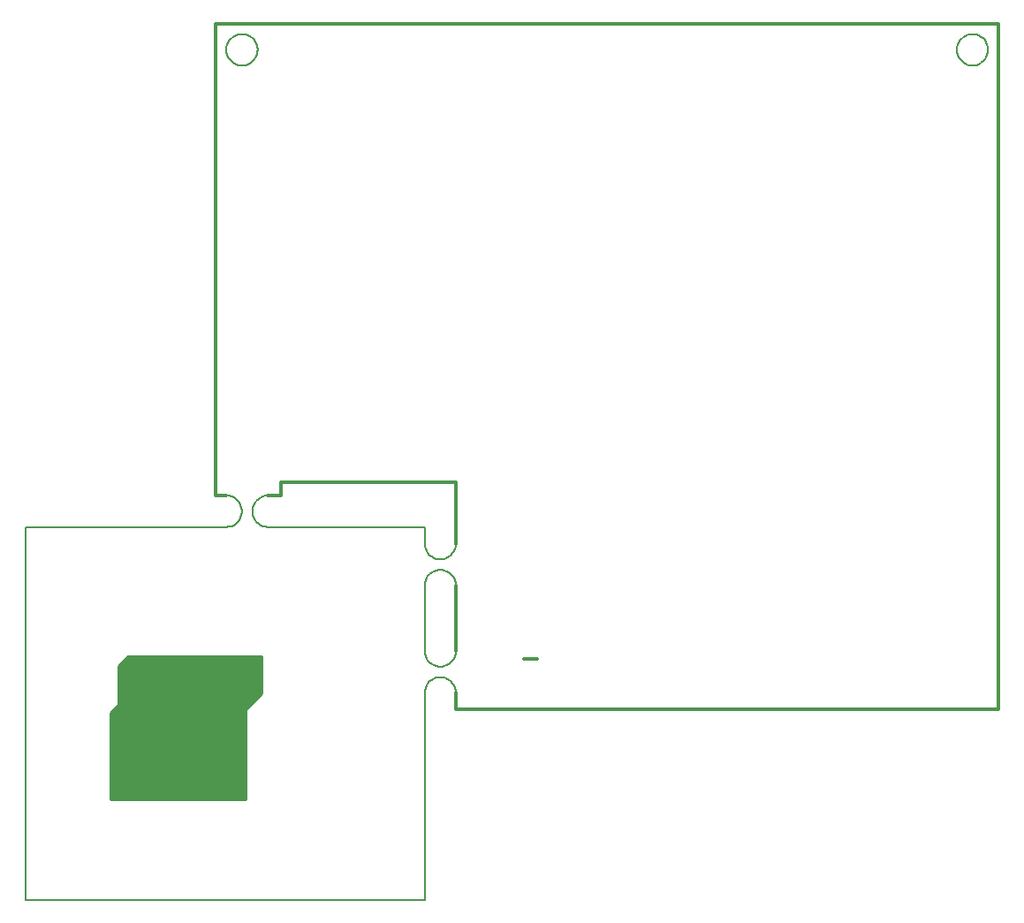
<source format=gko>
G04*
G04  File:            A600_8MB_2008.GKO, Sun Feb 10 20:54:04 2019*
G04  Source:          P-CAD 2006 PCB, Version 19.02.958, (Z:\home\lvd\d\boards\boards\a600_8mb_2008\release\pcad2006\a600_8mb_2008.pcb)*
G04  Format:          Gerber Format (RS-274-D), ASCII*
G04*
G04  Format Options:  Absolute Positioning*
G04                   Leading-Zero Suppression*
G04                   Scale Factor 1:1*
G04                   NO Circular Interpolation*
G04                   Millimeter Units*
G04                   Numeric Format: 4.4 (XXXX.XXXX)*
G04                   G54 NOT Used for Aperture Change*
G04                   Apertures Embedded*
G04*
G04  File Options:    Offset = (0.000mm,0.000mm)*
G04                   Drill Symbol Size = 2.032mm*
G04                   No Pad/Via Holes*
G04*
G04  File Contents:   Pads*
G04                   Vias*
G04                   No Designators*
G04                   No Types*
G04                   No Values*
G04                   No Drill Symbols*
G04                   Board*
G04*
%INA600_8MB_2008.GKO*%
%ICAS*%
%MOMM*%
G04*
G04  Aperture MACROs for general use --- invoked via D-code assignment *
G04*
G04  General MACRO for flashed round with rotation and/or offset hole *
%AMROTOFFROUND*
1,1,$1,0.0000,0.0000*
1,0,$2,$3,$4*%
G04*
G04  General MACRO for flashed oval (obround) with rotation and/or offset hole *
%AMROTOFFOVAL*
21,1,$1,$2,0.0000,0.0000,$3*
1,1,$4,$5,$6*
1,1,$4,0-$5,0-$6*
1,0,$7,$8,$9*%
G04*
G04  General MACRO for flashed oval (obround) with rotation and no hole *
%AMROTOVALNOHOLE*
21,1,$1,$2,0.0000,0.0000,$3*
1,1,$4,$5,$6*
1,1,$4,0-$5,0-$6*%
G04*
G04  General MACRO for flashed rectangle with rotation and/or offset hole *
%AMROTOFFRECT*
21,1,$1,$2,0.0000,0.0000,$3*
1,0,$4,$5,$6*%
G04*
G04  General MACRO for flashed rectangle with rotation and no hole *
%AMROTRECTNOHOLE*
21,1,$1,$2,0.0000,0.0000,$3*%
G04*
G04  General MACRO for flashed rounded-rectangle *
%AMROUNDRECT*
21,1,$1,$2-$4,0.0000,0.0000,$3*
21,1,$1-$4,$2,0.0000,0.0000,$3*
1,1,$4,$5,$6*
1,1,$4,$7,$8*
1,1,$4,0-$5,0-$6*
1,1,$4,0-$7,0-$8*
1,0,$9,$10,$11*%
G04*
G04  General MACRO for flashed rounded-rectangle with rotation and no hole *
%AMROUNDRECTNOHOLE*
21,1,$1,$2-$4,0.0000,0.0000,$3*
21,1,$1-$4,$2,0.0000,0.0000,$3*
1,1,$4,$5,$6*
1,1,$4,$7,$8*
1,1,$4,0-$5,0-$6*
1,1,$4,0-$7,0-$8*%
G04*
G04  General MACRO for flashed regular polygon *
%AMREGPOLY*
5,1,$1,0.0000,0.0000,$2,$3+$4*
1,0,$5,$6,$7*%
G04*
G04  General MACRO for flashed regular polygon with no hole *
%AMREGPOLYNOHOLE*
5,1,$1,0.0000,0.0000,$2,$3+$4*%
G04*
G04  General MACRO for target *
%AMTARGET*
6,0,0,$1,$2,$3,4,$4,$5,$6*%
G04*
G04  General MACRO for mounting hole *
%AMMTHOLE*
1,1,$1,0,0*
1,0,$2,0,0*
$1=$1-$2*
$1=$1/2*
21,1,$2+$1,$3,0,0,$4*
21,1,$3,$2+$1,0,0,$4*%
G04*
G04*
G04  D10 : "Ellipse X0.254mm Y0.254mm H0.000mm 0.0deg (0.000mm,0.000mm) Draw"*
G04  Disc: OuterDia=0.2540*
%ADD10C, 0.2540*%
G04  D11 : "Ellipse X2.540mm Y2.540mm H0.000mm 0.0deg (0.000mm,0.000mm) Draw"*
G04  Disc: OuterDia=2.5400*
%ADD11C, 2.5400*%
G04  D12 : "Ellipse X0.305mm Y0.305mm H0.000mm 0.0deg (0.000mm,0.000mm) Draw"*
G04  Disc: OuterDia=0.3048*
%ADD12C, 0.3048*%
G04  D13 : "Ellipse X0.500mm Y0.500mm H0.000mm 0.0deg (0.000mm,0.000mm) Draw"*
G04  Disc: OuterDia=0.5000*
%ADD13C, 0.5000*%
G04  D14 : "Ellipse X0.508mm Y0.508mm H0.000mm 0.0deg (0.000mm,0.000mm) Draw"*
G04  Disc: OuterDia=0.5080*
%ADD14C, 0.5080*%
G04  D15 : "Ellipse X0.600mm Y0.600mm H0.000mm 0.0deg (0.000mm,0.000mm) Draw"*
G04  Disc: OuterDia=0.6000*
%ADD15C, 0.6000*%
G04  D16 : "Ellipse X0.635mm Y0.635mm H0.000mm 0.0deg (0.000mm,0.000mm) Draw"*
G04  Disc: OuterDia=0.6350*
%ADD16C, 0.6350*%
G04  D17 : "Ellipse X0.650mm Y0.650mm H0.000mm 0.0deg (0.000mm,0.000mm) Draw"*
G04  Disc: OuterDia=0.6500*
%ADD17C, 0.6500*%
G04  D18 : "Ellipse X0.100mm Y0.100mm H0.000mm 0.0deg (0.000mm,0.000mm) Draw"*
G04  Disc: OuterDia=0.1000*
%ADD18C, 0.1000*%
G04  D19 : "Ellipse X1.000mm Y1.000mm H0.000mm 0.0deg (0.000mm,0.000mm) Draw"*
G04  Disc: OuterDia=1.0000*
%ADD19C, 1.0000*%
G04  D20 : "Ellipse X0.102mm Y0.102mm H0.000mm 0.0deg (0.000mm,0.000mm) Draw"*
G04  Disc: OuterDia=0.1016*
%ADD20C, 0.1016*%
G04  D21 : "Ellipse X0.127mm Y0.127mm H0.000mm 0.0deg (0.000mm,0.000mm) Draw"*
G04  Disc: OuterDia=0.1270*
%ADD21C, 0.1270*%
G04  D22 : "Ellipse X0.150mm Y0.150mm H0.000mm 0.0deg (0.000mm,0.000mm) Draw"*
G04  Disc: OuterDia=0.1500*
%ADD22C, 0.1500*%
G04  D23 : "Ellipse X1.270mm Y1.270mm H0.000mm 0.0deg (0.000mm,0.000mm) Draw"*
G04  Disc: OuterDia=1.2700*
%ADD23C, 1.2700*%
G04  D24 : "Ellipse X1.500mm Y1.500mm H0.000mm 0.0deg (0.000mm,0.000mm) Draw"*
G04  Disc: OuterDia=1.5000*
%ADD24C, 1.5000*%
G04  D25 : "Ellipse X0.200mm Y0.200mm H0.000mm 0.0deg (0.000mm,0.000mm) Draw"*
G04  Disc: OuterDia=0.2000*
%ADD25C, 0.2000*%
G04  D26 : "Ellipse X0.250mm Y0.250mm H0.000mm 0.0deg (0.000mm,0.000mm) Draw"*
G04  Disc: OuterDia=0.2500*
%ADD26C, 0.2500*%
G04  D27 : "Ellipse X0.250mm Y0.250mm H0.000mm 0.0deg (0.000mm,0.000mm) Draw"*
G04  Disc: OuterDia=0.2500*
%ADD27C, 0.2500*%
G04  D28 : "Ellipse X2.300mm Y2.300mm H0.000mm 0.0deg (0.000mm,0.000mm) Draw"*
G04  Disc: OuterDia=2.3000*
%ADD28C, 2.3000*%
G04  D29 : "Ellipse X1.400mm Y1.400mm H0.000mm 0.0deg (0.000mm,0.000mm) Flash"*
G04  Disc: OuterDia=1.4000*
%ADD29C, 1.4000*%
G04  D30 : "Ellipse X1.524mm Y1.524mm H0.000mm 0.0deg (0.000mm,0.000mm) Flash"*
G04  Disc: OuterDia=1.5240*
%ADD30C, 1.5240*%
G04  D31 : "Ellipse X1.781mm Y1.781mm H0.000mm 0.0deg (0.000mm,0.000mm) Flash"*
G04  Disc: OuterDia=1.7810*
%ADD31C, 1.7810*%
G04  D32 : "Ellipse X1.800mm Y1.800mm H0.000mm 0.0deg (0.000mm,0.000mm) Flash"*
G04  Disc: OuterDia=1.8000*
%ADD32C, 1.8000*%
G04  D33 : "Ellipse X1.905mm Y1.905mm H0.000mm 0.0deg (0.000mm,0.000mm) Flash"*
G04  Disc: OuterDia=1.9050*
%ADD33C, 1.9050*%
G04  D34 : "Ellipse X2.181mm Y2.181mm H0.000mm 0.0deg (0.000mm,0.000mm) Flash"*
G04  Disc: OuterDia=2.1810*
%ADD34C, 2.1810*%
G04  D35 : "Rectangle X2.581mm Y1.031mm H0.000mm 0.0deg (0.000mm,0.000mm) Flash"*
G04  Rectangular: DimX=2.5810, DimY=1.0310, Rotation=0.0, OffsetX=0.0000, OffsetY=0.0000, HoleDia=0.0000 *
%ADD35R, 2.5810 X1.0310*%
G04  D36 : "Rectangle X1.031mm Y2.581mm H0.000mm 0.0deg (0.000mm,0.000mm) Flash"*
G04  Rectangular: DimX=1.0310, DimY=2.5810, Rotation=0.0, OffsetX=0.0000, OffsetY=0.0000, HoleDia=0.0000 *
%ADD36R, 1.0310 X2.5810*%
G04  D37 : "Rectangle X3.800mm Y2.000mm H0.000mm 0.0deg (0.000mm,0.000mm) Flash"*
G04  Rectangular: DimX=3.8000, DimY=2.0000, Rotation=0.0, OffsetX=0.0000, OffsetY=0.0000, HoleDia=0.0000 *
%ADD37R, 3.8000 X2.0000*%
G04  D38 : "Rectangle X4.181mm Y2.381mm H0.000mm 0.0deg (0.000mm,0.000mm) Flash"*
G04  Rectangular: DimX=4.1810, DimY=2.3810, Rotation=0.0, OffsetX=0.0000, OffsetY=0.0000, HoleDia=0.0000 *
%ADD38R, 4.1810 X2.3810*%
G04  D39 : "Rectangle X1.016mm Y1.524mm H0.000mm 0.0deg (0.000mm,0.000mm) Flash"*
G04  Rectangular: DimX=1.0160, DimY=1.5240, Rotation=0.0, OffsetX=0.0000, OffsetY=0.0000, HoleDia=0.0000 *
%ADD39R, 1.0160 X1.5240*%
G04  D40 : "Rectangle X1.524mm Y1.016mm H0.000mm 0.0deg (0.000mm,0.000mm) Flash"*
G04  Rectangular: DimX=1.5240, DimY=1.0160, Rotation=0.0, OffsetX=0.0000, OffsetY=0.0000, HoleDia=0.0000 *
%ADD40R, 1.5240 X1.0160*%
G04  D41 : "Rectangle X1.397mm Y1.905mm H0.000mm 0.0deg (0.000mm,0.000mm) Flash"*
G04  Rectangular: DimX=1.3970, DimY=1.9050, Rotation=0.0, OffsetX=0.0000, OffsetY=0.0000, HoleDia=0.0000 *
%ADD41R, 1.3970 X1.9050*%
G04  D42 : "Rectangle X1.905mm Y1.397mm H0.000mm 0.0deg (0.000mm,0.000mm) Flash"*
G04  Rectangular: DimX=1.9050, DimY=1.3970, Rotation=0.0, OffsetX=0.0000, OffsetY=0.0000, HoleDia=0.0000 *
%ADD42R, 1.9050 X1.3970*%
G04  D43 : "Rectangle X1.500mm Y2.000mm H0.000mm 0.0deg (0.000mm,0.000mm) Flash"*
G04  Rectangular: DimX=1.5000, DimY=2.0000, Rotation=0.0, OffsetX=0.0000, OffsetY=0.0000, HoleDia=0.0000 *
%ADD43R, 1.5000 X2.0000*%
G04  D44 : "Rectangle X2.000mm Y1.500mm H0.000mm 0.0deg (0.000mm,0.000mm) Flash"*
G04  Rectangular: DimX=2.0000, DimY=1.5000, Rotation=0.0, OffsetX=0.0000, OffsetY=0.0000, HoleDia=0.0000 *
%ADD44R, 2.0000 X1.5000*%
G04  D45 : "Rectangle X1.524mm Y1.524mm H0.000mm 0.0deg (0.000mm,0.000mm) Flash"*
G04  Square: Side=1.5240, Rotation=0.0, OffsetX=0.0000, OffsetY=0.0000, HoleDia=0.0000*
%ADD45R, 1.5240 X1.5240*%
G04  D46 : "Rectangle X1.800mm Y1.800mm H0.000mm 0.0deg (0.000mm,0.000mm) Flash"*
G04  Square: Side=1.8000, Rotation=0.0, OffsetX=0.0000, OffsetY=0.0000, HoleDia=0.0000*
%ADD46R, 1.8000 X1.8000*%
G04  D47 : "Rectangle X1.881mm Y2.381mm H0.000mm 0.0deg (0.000mm,0.000mm) Flash"*
G04  Rectangular: DimX=1.8810, DimY=2.3810, Rotation=0.0, OffsetX=0.0000, OffsetY=0.0000, HoleDia=0.0000 *
%ADD47R, 1.8810 X2.3810*%
G04  D48 : "Rectangle X2.381mm Y1.881mm H0.000mm 0.0deg (0.000mm,0.000mm) Flash"*
G04  Rectangular: DimX=2.3810, DimY=1.8810, Rotation=0.0, OffsetX=0.0000, OffsetY=0.0000, HoleDia=0.0000 *
%ADD48R, 2.3810 X1.8810*%
G04  D49 : "Rectangle X1.905mm Y1.905mm H0.000mm 0.0deg (0.000mm,0.000mm) Flash"*
G04  Square: Side=1.9050, Rotation=0.0, OffsetX=0.0000, OffsetY=0.0000, HoleDia=0.0000*
%ADD49R, 1.9050 X1.9050*%
G04  D50 : "Rectangle X2.000mm Y0.300mm H0.000mm 0.0deg (0.000mm,0.000mm) Flash"*
G04  Rectangular: DimX=2.0000, DimY=0.3000, Rotation=0.0, OffsetX=0.0000, OffsetY=0.0000, HoleDia=0.0000 *
%ADD50R, 2.0000 X0.3000*%
G04  D51 : "Rectangle X0.300mm Y2.000mm H0.000mm 0.0deg (0.000mm,0.000mm) Flash"*
G04  Rectangular: DimX=0.3000, DimY=2.0000, Rotation=0.0, OffsetX=0.0000, OffsetY=0.0000, HoleDia=0.0000 *
%ADD51R, 0.3000 X2.0000*%
G04  D52 : "Rectangle X2.032mm Y0.660mm H0.000mm 0.0deg (0.000mm,0.000mm) Flash"*
G04  Rectangular: DimX=2.0320, DimY=0.6604, Rotation=0.0, OffsetX=0.0000, OffsetY=0.0000, HoleDia=0.0000 *
%ADD52R, 2.0320 X0.6604*%
G04  D53 : "Rectangle X2.181mm Y2.181mm H0.000mm 0.0deg (0.000mm,0.000mm) Flash"*
G04  Square: Side=2.1810, Rotation=0.0, OffsetX=0.0000, OffsetY=0.0000, HoleDia=0.0000*
%ADD53R, 2.1810 X2.1810*%
G04  D54 : "Rectangle X2.200mm Y0.650mm H0.000mm 0.0deg (0.000mm,0.000mm) Flash"*
G04  Rectangular: DimX=2.2000, DimY=0.6500, Rotation=0.0, OffsetX=0.0000, OffsetY=0.0000, HoleDia=0.0000 *
%ADD54R, 2.2000 X0.6500*%
G04  D55 : "Rectangle X0.650mm Y2.200mm H0.000mm 0.0deg (0.000mm,0.000mm) Flash"*
G04  Rectangular: DimX=0.6500, DimY=2.2000, Rotation=0.0, OffsetX=0.0000, OffsetY=0.0000, HoleDia=0.0000 *
%ADD55R, 0.6500 X2.2000*%
G04  D56 : "Rectangle X2.381mm Y0.681mm H0.000mm 0.0deg (0.000mm,0.000mm) Flash"*
G04  Rectangular: DimX=2.3810, DimY=0.6810, Rotation=0.0, OffsetX=0.0000, OffsetY=0.0000, HoleDia=0.0000 *
%ADD56R, 2.3810 X0.6810*%
G04  D57 : "Rectangle X0.681mm Y2.381mm H0.000mm 0.0deg (0.000mm,0.000mm) Flash"*
G04  Rectangular: DimX=0.6810, DimY=2.3810, Rotation=0.0, OffsetX=0.0000, OffsetY=0.0000, HoleDia=0.0000 *
%ADD57R, 0.6810 X2.3810*%
G04  D58 : "Rectangle X2.413mm Y1.041mm H0.000mm 0.0deg (0.000mm,0.000mm) Flash"*
G04  Rectangular: DimX=2.4130, DimY=1.0414, Rotation=0.0, OffsetX=0.0000, OffsetY=0.0000, HoleDia=0.0000 *
%ADD58R, 2.4130 X1.0414*%
G04  D59 : "Ellipse X1.000mm Y1.000mm H0.000mm 0.0deg (0.000mm,0.000mm) Flash"*
G04  Disc: OuterDia=1.0000*
%ADD59C, 1.0000*%
G04  D60 : "Ellipse X1.381mm Y1.381mm H0.000mm 0.0deg (0.000mm,0.000mm) Flash"*
G04  Disc: OuterDia=1.3810*
%ADD60C, 1.3810*%
G04*
%FSLAX44Y44*%
%SFA1B1*%
%OFA0.000B0.000*%
G04*
G71*
G90*
G01*
D2*
%LNBoard*%
D25*
X645000Y1190000*
X645204Y1187531D1*
X645812Y1185129*
X646807Y1182860*
X648162Y1180786*
X649840Y1178964*
X651795Y1177442*
X653974Y1176263*
X656317Y1175459*
X658761Y1175051*
X661238*
X663682Y1175459*
X666025Y1176263*
X668204Y1177442*
X670159Y1178964*
X671837Y1180786*
X673192Y1182860*
X674187Y1185129*
X674795Y1187531*
X675000Y1190000*
X674795Y1192468*
X674187Y1194870*
X673192Y1197139*
X671837Y1199213*
X670159Y1201035*
X668204Y1202557*
X666025Y1203736*
X663682Y1204541*
X661238Y1204948*
X658761*
X656317Y1204541*
X653974Y1203736*
X651795Y1202557*
X649840Y1201035*
X648162Y1199213*
X646807Y1197139*
X645812Y1194870*
X645204Y1192468*
X645000Y1190000*
X835000Y676500D2*
Y613500D1*
Y732500D2*
Y716500D1*
D2*
D12*
X865000Y573500*
Y557500D1*
Y676500D2*
Y613500D1*
Y760000D2*
Y716500D1*
X930000Y606500D2*
X942500D1*
D2*
D22*
X685000Y732500*
X682531Y732704D1*
X680129Y733312*
X677860Y734307*
X675786Y735662*
X673964Y737340*
X672442Y739295*
X671263Y741474*
X670459Y743817*
X670051Y746261*
Y748738*
X670459Y751182*
X671263Y753525*
X672442Y755704*
X673964Y757659*
X675786Y759337*
X677860Y760692*
X680129Y761687*
X682531Y762295*
X685000Y762500*
X645000D2*
X647468Y762295D1*
X649870Y761687*
X652139Y760692*
X654213Y759337*
X656035Y757659*
X657557Y755704*
X658736Y753525*
X659541Y751182*
X659948Y748738*
Y746261*
X659541Y743817*
X658736Y741474*
X657557Y739295*
X656035Y737340*
X654213Y735662*
X652139Y734307*
X649870Y733312*
X647468Y732704*
X645000Y732500*
D2*
D12*
X635000Y762500*
X645000D1*
X697500D2*
Y775000D1*
D2*
D25*
X835000Y573500*
Y375000D1*
D2*
D12*
X865000Y775000*
Y760000D1*
D2*
D25*
X452500Y375000*
Y732500D1*
D2*
D12*
X635000Y1215000*
Y762500D1*
X1385000Y557500D2*
Y1215000D1*
D2*
D25*
X452500Y732500*
X645000D1*
D2*
D22*
X835000Y573500*
X835204Y575968D1*
X835812Y578370*
X836807Y580639*
X838162Y582713*
X839840Y584535*
X841795Y586057*
X843974Y587236*
X846317Y588041*
X848761Y588448*
X851238*
X853682Y588041*
X856025Y587236*
X858204Y586057*
X860159Y584535*
X861837Y582713*
X863192Y580639*
X864187Y578370*
X864795Y575968*
X865000Y573500*
Y716500D2*
X864795Y714031D1*
X864187Y711629*
X863192Y709360*
X861837Y707286*
X860159Y705464*
X858204Y703942*
X856025Y702763*
X853682Y701959*
X851238Y701551*
X848761*
X846317Y701959*
X843974Y702763*
X841795Y703942*
X839840Y705464*
X838162Y707286*
X836807Y709360*
X835812Y711629*
X835204Y714031*
X835000Y716500*
D2*
D25*
X685000Y732500*
X835000D1*
D2*
D12*
X697500Y775000*
X865000D1*
D2*
D25*
X1345000Y1190000*
X1345204Y1187531D1*
X1345812Y1185129*
X1346807Y1182860*
X1348162Y1180786*
X1349840Y1178964*
X1351795Y1177442*
X1353974Y1176263*
X1356317Y1175459*
X1358761Y1175051*
X1361238*
X1363682Y1175459*
X1366025Y1176263*
X1368204Y1177442*
X1370159Y1178964*
X1371837Y1180786*
X1373192Y1182860*
X1374187Y1185129*
X1374795Y1187531*
X1375000Y1190000*
X1374795Y1192468*
X1374187Y1194870*
X1373192Y1197139*
X1371837Y1199213*
X1370159Y1201035*
X1368204Y1202557*
X1366025Y1203736*
X1363682Y1204541*
X1361238Y1204948*
X1358761*
X1356317Y1204541*
X1353974Y1203736*
X1351795Y1202557*
X1349840Y1201035*
X1348162Y1199213*
X1346807Y1197139*
X1345812Y1194870*
X1345204Y1192468*
X1345000Y1190000*
D2*
D22*
X865000Y613500*
X864795Y611031D1*
X864187Y608629*
X863192Y606360*
X861837Y604286*
X860159Y602464*
X858204Y600942*
X856025Y599763*
X853682Y598959*
X851238Y598551*
X848761*
X846317Y598959*
X843974Y599763*
X841795Y600942*
X839840Y602464*
X838162Y604286*
X836807Y606360*
X835812Y608629*
X835204Y611031*
X835000Y613500*
Y676500D2*
X835204Y678968D1*
X835812Y681370*
X836807Y683639*
X838162Y685713*
X839840Y687535*
X841795Y689057*
X843974Y690236*
X846317Y691041*
X848761Y691448*
X851238*
X853682Y691041*
X856025Y690236*
X858204Y689057*
X860159Y687535*
X861837Y685713*
X863192Y683639*
X864187Y681370*
X864795Y678968*
X865000Y676500*
D2*
D12*
X697500Y762500*
X685000D1*
D2*
D25*
X835000Y375000*
X452500D1*
D2*
D12*
X865000Y557500*
X1385000D1*
Y1215000D2*
X635000D1*
D2*
D10*
X535040Y472540*
X662460D1*
X535040Y473800D2*
X662460D1*
X535040Y475061D2*
X662460D1*
X535040Y476322D2*
X662460D1*
X535040Y477582D2*
X662460D1*
X535040Y478843D2*
X662460D1*
X535040Y480104D2*
X662460D1*
X535040Y481364D2*
X662460D1*
X535040Y482625D2*
X662460D1*
X535040Y483886D2*
X662460D1*
X535040Y485147D2*
X662460D1*
X535040Y486407D2*
X662460D1*
X535040Y487668D2*
X662460D1*
X535040Y488929D2*
X662460D1*
X535040Y490189D2*
X662460D1*
X535040Y491450D2*
X662460D1*
X535040Y492711D2*
X662460D1*
X535040Y493971D2*
X662460D1*
X535040Y495232D2*
X662460D1*
X535040Y496493D2*
X662460D1*
X535040Y497754D2*
X662460D1*
X535040Y499014D2*
X662460D1*
X535040Y500275D2*
X662460D1*
X535040Y501536D2*
X662460D1*
X535040Y502796D2*
X662460D1*
X535040Y504057D2*
X662460D1*
X535040Y505318D2*
X662460D1*
X535040Y506578D2*
X662460D1*
X535040Y507839D2*
X662460D1*
X535040Y509100D2*
X662460D1*
X535040Y510361D2*
X662460D1*
X535040Y511621D2*
X662460D1*
X535040Y512882D2*
X662460D1*
X535040Y514143D2*
X662460D1*
X535040Y515403D2*
X662460D1*
X535040Y516664D2*
X662460D1*
X535040Y517925D2*
X662460D1*
X535040Y519185D2*
X662460D1*
X535040Y520446D2*
X662460D1*
X535040Y521707D2*
X662460D1*
X535040Y522968D2*
X662460D1*
X535040Y524228D2*
X662460D1*
X535040Y525489D2*
X662460D1*
X535040Y526750D2*
X662460D1*
X535040Y528010D2*
X662460D1*
X535040Y529271D2*
X662460D1*
X535040Y530532D2*
X662460D1*
X535040Y531792D2*
X662460D1*
X535040Y533053D2*
X662460D1*
X535040Y534314D2*
X662460D1*
X535040Y535575D2*
X662460D1*
X535040Y536835D2*
X662460D1*
X535040Y538096D2*
X662460D1*
X535040Y539357D2*
X662460D1*
X535040Y540617D2*
X662460D1*
X535040Y541878D2*
X662460D1*
X535040Y543139D2*
X662460D1*
X535040Y544399D2*
X662460D1*
X535040Y545660D2*
X662460D1*
X535040Y546921D2*
X662460D1*
X535040Y548182D2*
X662460D1*
X535040Y549442D2*
X662460D1*
X535040Y550703D2*
X662460D1*
X535040Y551964D2*
X662460D1*
X535040Y553224D2*
X662460D1*
X535577Y554485D2*
X662460D1*
X536838Y555746D2*
X662460D1*
X538098Y557006D2*
X662460D1*
X539359Y558267D2*
X662591D1*
X540620Y559528D2*
X663436D1*
X541865Y560789D2*
X664697D1*
X542475Y562049D2*
X665957D1*
X542540Y563310D2*
X667218D1*
X542540Y564571D2*
X668479D1*
X542540Y565831D2*
X669739D1*
X542540Y567092D2*
X671000D1*
X542540Y568353D2*
X672261D1*
X542540Y569613D2*
X673521D1*
X542540Y570874D2*
X674782D1*
X542540Y572135D2*
X676043D1*
X542540Y573396D2*
X677304D1*
X542540Y574656D2*
X677460D1*
X542540Y575917D2*
X677460D1*
X542540Y577178D2*
X677460D1*
X542540Y578438D2*
X677460D1*
X542540Y579699D2*
X677460D1*
X542540Y580960D2*
X677460D1*
X542540Y582220D2*
X677460D1*
X542540Y583481D2*
X677460D1*
X542540Y584742D2*
X677460D1*
X542540Y586003D2*
X677460D1*
X542540Y587263D2*
X677460D1*
X542540Y588524D2*
X677460D1*
X542540Y589785D2*
X677460D1*
X542540Y591045D2*
X677460D1*
X542540Y592306D2*
X677460D1*
X542540Y593567D2*
X677460D1*
X542540Y594827D2*
X677460D1*
X542540Y596088D2*
X677460D1*
X542540Y597349D2*
X677460D1*
X542540Y598610D2*
X677460D1*
X543462Y599870D2*
X677460D1*
X544723Y601131D2*
X677460D1*
X545984Y602392D2*
X677460D1*
X547244Y603652D2*
X677460D1*
X548505Y604913D2*
X677460D1*
X549766Y606174D2*
X677460D1*
X551026Y607434D2*
X677460D1*
X663730Y557500D2*
X663826Y557986D1*
X664102Y558398*
X678730Y573026*
Y608730*
X550526*
X541270Y599474*
Y562500*
X541173Y562014*
X540898Y561602*
X533770Y554474*
Y471270*
X663730*
Y557500*
D02M02*

</source>
